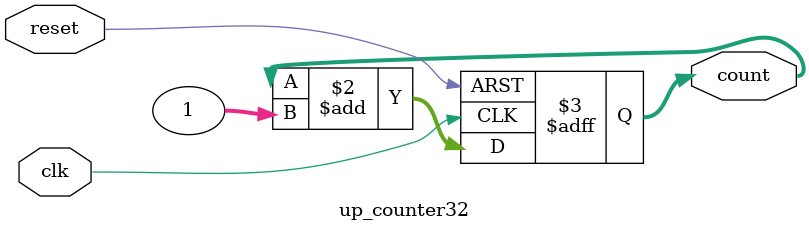
<source format=v>
module up_counter32(
    input clk,
    input reset,
    output reg [31:0] count
);

always @(posedge clk or posedge reset) begin
    if (reset)
        count <= 32'b0;
    else
        count <= count + 1;  // Increment
end

endmodule

</source>
